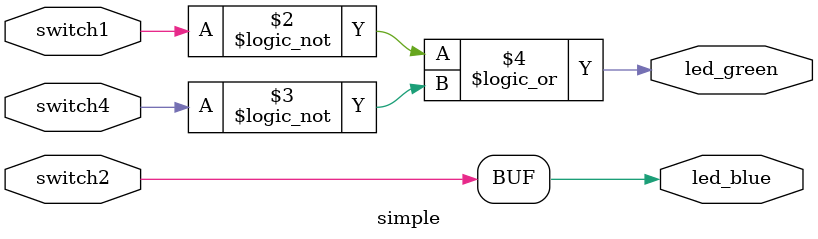
<source format=v>


/* module */
module simple (

    input switch1,
    input switch2,
    input switch4,
    output led_green,
    output led_blue
);

    /* reg */
    reg led_green;
    reg led_blue;
    
    
    always @ (switch1, switch2, switch4) begin
        led_green <= !switch1 || !switch4;
        led_blue <= switch2;
    end


endmodule
</source>
